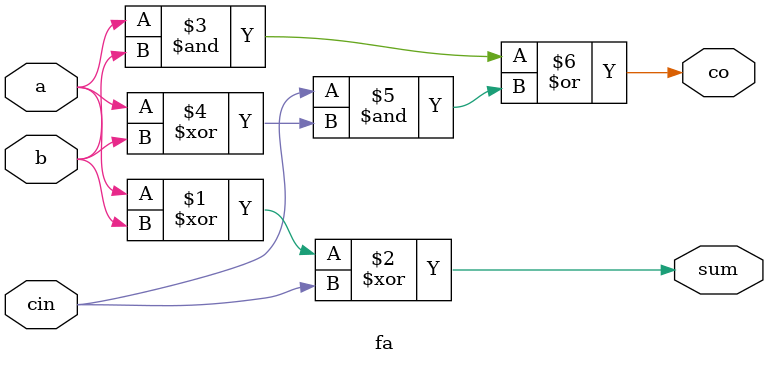
<source format=sv>
/* 
* Author: Ryan Cramer
* Date: Oct 19, 2025
* Design: Full-Adder
*
* Description:
* A full adder that takes in 3 inputs, cin, a, and b
* and gives two outputs: sum, and co
*/

`timescale 1ns/1ps

module fa (
	input a,
	input b,
	input cin,
	output logic sum,
	output logic co
);

	assign sum = a ^ b ^ cin;
	assign co = (a&b)|(cin&(a^b));

endmodule

</source>
